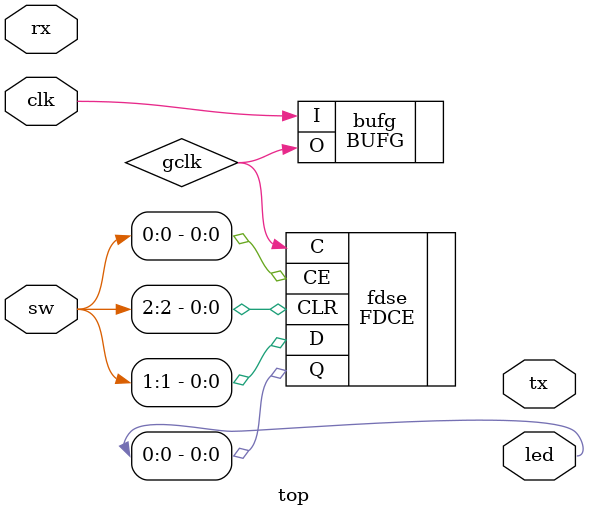
<source format=v>
module top(
  input  wire clk,
	input  wire [15:0] sw,
	output wire [15:0] led,

  input  wire rx,
  output wire tx
);

  wire gclk;
  BUFG bufg(.I(clk), .O(gclk));

  FDCE #(
      .INIT(0),
  ) fdse (
      .Q  (led[0]),
      .C  (gclk),
      .CE (sw[0]),
      .D  (sw[1]),
      .CLR(sw[2])
  );
endmodule

</source>
